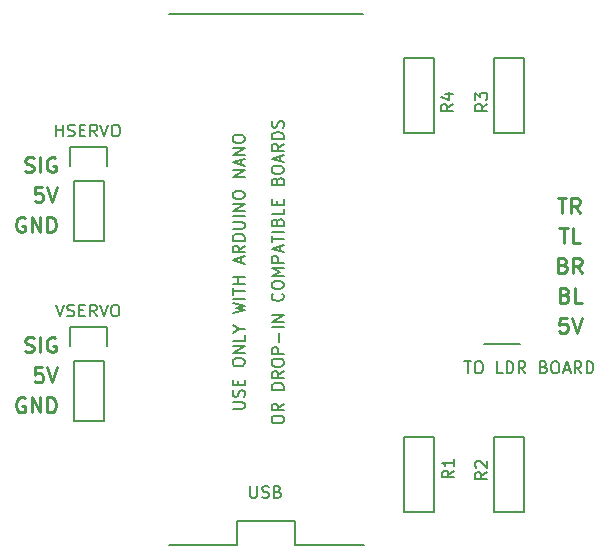
<source format=gto>
%TF.GenerationSoftware,KiCad,Pcbnew,4.0.7-e2-6376~58~ubuntu16.04.1*%
%TF.CreationDate,2018-03-20T08:58:16-07:00*%
%TF.ProjectId,Arduino-Nano-Board,41726475696E6F2D4E616E6F2D426F61,1.0*%
%TF.FileFunction,Legend,Top*%
%FSLAX46Y46*%
G04 Gerber Fmt 4.6, Leading zero omitted, Abs format (unit mm)*
G04 Created by KiCad (PCBNEW 4.0.7-e2-6376~58~ubuntu16.04.1) date Tue Mar 20 08:58:16 2018*
%MOMM*%
%LPD*%
G01*
G04 APERTURE LIST*
%ADD10C,0.350000*%
%ADD11C,0.254000*%
%ADD12C,0.127000*%
%ADD13C,0.150000*%
%ADD14C,0.203200*%
%ADD15C,1.879600*%
%ADD16R,2.184400X1.879600*%
%ADD17O,2.184400X1.879600*%
%ADD18R,2.184400X2.184400*%
%ADD19O,2.184400X2.184400*%
%ADD20C,2.151380*%
G04 APERTURE END LIST*
D10*
D11*
X63584667Y-70648286D02*
X63766096Y-70708762D01*
X63826572Y-70769238D01*
X63887048Y-70890190D01*
X63887048Y-71071619D01*
X63826572Y-71192571D01*
X63766096Y-71253048D01*
X63645143Y-71313524D01*
X63161334Y-71313524D01*
X63161334Y-70043524D01*
X63584667Y-70043524D01*
X63705620Y-70104000D01*
X63766096Y-70164476D01*
X63826572Y-70285429D01*
X63826572Y-70406381D01*
X63766096Y-70527333D01*
X63705620Y-70587810D01*
X63584667Y-70648286D01*
X63161334Y-70648286D01*
X65036096Y-71313524D02*
X64431334Y-71313524D01*
X64431334Y-70043524D01*
X63010143Y-62423524D02*
X63735858Y-62423524D01*
X63373001Y-63693524D02*
X63373001Y-62423524D01*
X64884905Y-63693524D02*
X64461572Y-63088762D01*
X64159191Y-63693524D02*
X64159191Y-62423524D01*
X64643000Y-62423524D01*
X64763953Y-62484000D01*
X64824429Y-62544476D01*
X64884905Y-62665429D01*
X64884905Y-62846857D01*
X64824429Y-62967810D01*
X64763953Y-63028286D01*
X64643000Y-63088762D01*
X64159191Y-63088762D01*
X63131095Y-64963524D02*
X63856810Y-64963524D01*
X63493953Y-66233524D02*
X63493953Y-64963524D01*
X64884905Y-66233524D02*
X64280143Y-66233524D01*
X64280143Y-64963524D01*
X63463714Y-68108286D02*
X63645143Y-68168762D01*
X63705619Y-68229238D01*
X63766095Y-68350190D01*
X63766095Y-68531619D01*
X63705619Y-68652571D01*
X63645143Y-68713048D01*
X63524190Y-68773524D01*
X63040381Y-68773524D01*
X63040381Y-67503524D01*
X63463714Y-67503524D01*
X63584667Y-67564000D01*
X63645143Y-67624476D01*
X63705619Y-67745429D01*
X63705619Y-67866381D01*
X63645143Y-67987333D01*
X63584667Y-68047810D01*
X63463714Y-68108286D01*
X63040381Y-68108286D01*
X65036095Y-68773524D02*
X64612762Y-68168762D01*
X64310381Y-68773524D02*
X64310381Y-67503524D01*
X64794190Y-67503524D01*
X64915143Y-67564000D01*
X64975619Y-67624476D01*
X65036095Y-67745429D01*
X65036095Y-67926857D01*
X64975619Y-68047810D01*
X64915143Y-68108286D01*
X64794190Y-68168762D01*
X64310381Y-68168762D01*
X63766096Y-72583524D02*
X63161334Y-72583524D01*
X63100858Y-73188286D01*
X63161334Y-73127810D01*
X63282286Y-73067333D01*
X63584667Y-73067333D01*
X63705620Y-73127810D01*
X63766096Y-73188286D01*
X63826572Y-73309238D01*
X63826572Y-73611619D01*
X63766096Y-73732571D01*
X63705620Y-73793048D01*
X63584667Y-73853524D01*
X63282286Y-73853524D01*
X63161334Y-73793048D01*
X63100858Y-73732571D01*
X64189429Y-72583524D02*
X64612763Y-73853524D01*
X65036096Y-72583524D01*
X17858619Y-79375000D02*
X17737667Y-79314524D01*
X17556238Y-79314524D01*
X17374810Y-79375000D01*
X17253857Y-79495952D01*
X17193381Y-79616905D01*
X17132905Y-79858810D01*
X17132905Y-80040238D01*
X17193381Y-80282143D01*
X17253857Y-80403095D01*
X17374810Y-80524048D01*
X17556238Y-80584524D01*
X17677190Y-80584524D01*
X17858619Y-80524048D01*
X17919095Y-80463571D01*
X17919095Y-80040238D01*
X17677190Y-80040238D01*
X18463381Y-80584524D02*
X18463381Y-79314524D01*
X19189095Y-80584524D01*
X19189095Y-79314524D01*
X19793857Y-80584524D02*
X19793857Y-79314524D01*
X20096238Y-79314524D01*
X20277666Y-79375000D01*
X20398619Y-79495952D01*
X20459095Y-79616905D01*
X20519571Y-79858810D01*
X20519571Y-80040238D01*
X20459095Y-80282143D01*
X20398619Y-80403095D01*
X20277666Y-80524048D01*
X20096238Y-80584524D01*
X19793857Y-80584524D01*
X19370524Y-76774524D02*
X18765762Y-76774524D01*
X18705286Y-77379286D01*
X18765762Y-77318810D01*
X18886714Y-77258333D01*
X19189095Y-77258333D01*
X19310048Y-77318810D01*
X19370524Y-77379286D01*
X19431000Y-77500238D01*
X19431000Y-77802619D01*
X19370524Y-77923571D01*
X19310048Y-77984048D01*
X19189095Y-78044524D01*
X18886714Y-78044524D01*
X18765762Y-77984048D01*
X18705286Y-77923571D01*
X19793857Y-76774524D02*
X20217191Y-78044524D01*
X20640524Y-76774524D01*
X17858619Y-64109600D02*
X17737667Y-64049124D01*
X17556238Y-64049124D01*
X17374810Y-64109600D01*
X17253857Y-64230552D01*
X17193381Y-64351505D01*
X17132905Y-64593410D01*
X17132905Y-64774838D01*
X17193381Y-65016743D01*
X17253857Y-65137695D01*
X17374810Y-65258648D01*
X17556238Y-65319124D01*
X17677190Y-65319124D01*
X17858619Y-65258648D01*
X17919095Y-65198171D01*
X17919095Y-64774838D01*
X17677190Y-64774838D01*
X18463381Y-65319124D02*
X18463381Y-64049124D01*
X19189095Y-65319124D01*
X19189095Y-64049124D01*
X19793857Y-65319124D02*
X19793857Y-64049124D01*
X20096238Y-64049124D01*
X20277666Y-64109600D01*
X20398619Y-64230552D01*
X20459095Y-64351505D01*
X20519571Y-64593410D01*
X20519571Y-64774838D01*
X20459095Y-65016743D01*
X20398619Y-65137695D01*
X20277666Y-65258648D01*
X20096238Y-65319124D01*
X19793857Y-65319124D01*
X19370524Y-61509124D02*
X18765762Y-61509124D01*
X18705286Y-62113886D01*
X18765762Y-62053410D01*
X18886714Y-61992933D01*
X19189095Y-61992933D01*
X19310048Y-62053410D01*
X19370524Y-62113886D01*
X19431000Y-62234838D01*
X19431000Y-62537219D01*
X19370524Y-62658171D01*
X19310048Y-62718648D01*
X19189095Y-62779124D01*
X18886714Y-62779124D01*
X18765762Y-62718648D01*
X18705286Y-62658171D01*
X19793857Y-61509124D02*
X20217191Y-62779124D01*
X20640524Y-61509124D01*
X17919095Y-60178648D02*
X18100523Y-60239124D01*
X18402904Y-60239124D01*
X18523857Y-60178648D01*
X18584333Y-60118171D01*
X18644809Y-59997219D01*
X18644809Y-59876267D01*
X18584333Y-59755314D01*
X18523857Y-59694838D01*
X18402904Y-59634362D01*
X18161000Y-59573886D01*
X18040047Y-59513410D01*
X17979571Y-59452933D01*
X17919095Y-59331981D01*
X17919095Y-59211029D01*
X17979571Y-59090076D01*
X18040047Y-59029600D01*
X18161000Y-58969124D01*
X18463380Y-58969124D01*
X18644809Y-59029600D01*
X19189095Y-60239124D02*
X19189095Y-58969124D01*
X20459095Y-59029600D02*
X20338143Y-58969124D01*
X20156714Y-58969124D01*
X19975286Y-59029600D01*
X19854333Y-59150552D01*
X19793857Y-59271505D01*
X19733381Y-59513410D01*
X19733381Y-59694838D01*
X19793857Y-59936743D01*
X19854333Y-60057695D01*
X19975286Y-60178648D01*
X20156714Y-60239124D01*
X20277666Y-60239124D01*
X20459095Y-60178648D01*
X20519571Y-60118171D01*
X20519571Y-59694838D01*
X20277666Y-59694838D01*
X17919095Y-75418648D02*
X18100523Y-75479124D01*
X18402904Y-75479124D01*
X18523857Y-75418648D01*
X18584333Y-75358171D01*
X18644809Y-75237219D01*
X18644809Y-75116267D01*
X18584333Y-74995314D01*
X18523857Y-74934838D01*
X18402904Y-74874362D01*
X18161000Y-74813886D01*
X18040047Y-74753410D01*
X17979571Y-74692933D01*
X17919095Y-74571981D01*
X17919095Y-74451029D01*
X17979571Y-74330076D01*
X18040047Y-74269600D01*
X18161000Y-74209124D01*
X18463380Y-74209124D01*
X18644809Y-74269600D01*
X19189095Y-75479124D02*
X19189095Y-74209124D01*
X20459095Y-74269600D02*
X20338143Y-74209124D01*
X20156714Y-74209124D01*
X19975286Y-74269600D01*
X19854333Y-74390552D01*
X19793857Y-74511505D01*
X19733381Y-74753410D01*
X19733381Y-74934838D01*
X19793857Y-75176743D01*
X19854333Y-75297695D01*
X19975286Y-75418648D01*
X20156714Y-75479124D01*
X20277666Y-75479124D01*
X20459095Y-75418648D01*
X20519571Y-75358171D01*
X20519571Y-74934838D01*
X20277666Y-74934838D01*
D12*
X30063200Y-46846900D02*
X46479200Y-46846900D01*
X40764200Y-89772900D02*
X35811200Y-89772900D01*
X40764200Y-91804900D02*
X40763200Y-89797400D01*
X40764200Y-91804900D02*
X46606200Y-91804900D01*
X35811200Y-91797400D02*
X35811200Y-89797400D01*
X30096200Y-91804900D02*
X35811200Y-91804900D01*
D13*
X22021800Y-76200000D02*
X22021800Y-81280000D01*
X22021800Y-81280000D02*
X24561800Y-81280000D01*
X24561800Y-81280000D02*
X24561800Y-76200000D01*
X24841800Y-73380000D02*
X24841800Y-74930000D01*
X24561800Y-76200000D02*
X22021800Y-76200000D01*
X21741800Y-74930000D02*
X21741800Y-73380000D01*
X21741800Y-73380000D02*
X24841800Y-73380000D01*
X22021800Y-60960000D02*
X22021800Y-66040000D01*
X22021800Y-66040000D02*
X24561800Y-66040000D01*
X24561800Y-66040000D02*
X24561800Y-60960000D01*
X24841800Y-58140000D02*
X24841800Y-59690000D01*
X24561800Y-60960000D02*
X22021800Y-60960000D01*
X21741800Y-59690000D02*
X21741800Y-58140000D01*
X21741800Y-58140000D02*
X24841800Y-58140000D01*
X59843000Y-74829000D02*
X56743000Y-74829000D01*
X49961800Y-56955200D02*
X49961800Y-50605200D01*
X49961800Y-50605200D02*
X52501800Y-50605200D01*
X52501800Y-50605200D02*
X52501800Y-56955200D01*
X52501800Y-56955200D02*
X49961800Y-56955200D01*
X60147200Y-82702400D02*
X60147200Y-89052400D01*
X60147200Y-89052400D02*
X57607200Y-89052400D01*
X57607200Y-89052400D02*
X57607200Y-82702400D01*
X57607200Y-82702400D02*
X60147200Y-82702400D01*
X57607000Y-56921400D02*
X57607000Y-50571400D01*
X57607000Y-50571400D02*
X60147000Y-50571400D01*
X60147000Y-50571400D02*
X60147000Y-56921400D01*
X60147000Y-56921400D02*
X57607000Y-56921400D01*
X52501800Y-82677000D02*
X52501800Y-89027000D01*
X52501800Y-89027000D02*
X49961800Y-89027000D01*
X49961800Y-89027000D02*
X49961800Y-82677000D01*
X49961800Y-82677000D02*
X52501800Y-82677000D01*
X36962295Y-86812281D02*
X36962295Y-87621805D01*
X37009914Y-87717043D01*
X37057533Y-87764662D01*
X37152771Y-87812281D01*
X37343248Y-87812281D01*
X37438486Y-87764662D01*
X37486105Y-87717043D01*
X37533724Y-87621805D01*
X37533724Y-86812281D01*
X37962295Y-87764662D02*
X38105152Y-87812281D01*
X38343248Y-87812281D01*
X38438486Y-87764662D01*
X38486105Y-87717043D01*
X38533724Y-87621805D01*
X38533724Y-87526567D01*
X38486105Y-87431329D01*
X38438486Y-87383710D01*
X38343248Y-87336090D01*
X38152771Y-87288471D01*
X38057533Y-87240852D01*
X38009914Y-87193233D01*
X37962295Y-87097995D01*
X37962295Y-87002757D01*
X38009914Y-86907519D01*
X38057533Y-86859900D01*
X38152771Y-86812281D01*
X38390867Y-86812281D01*
X38533724Y-86859900D01*
X39295629Y-87288471D02*
X39438486Y-87336090D01*
X39486105Y-87383710D01*
X39533724Y-87478948D01*
X39533724Y-87621805D01*
X39486105Y-87717043D01*
X39438486Y-87764662D01*
X39343248Y-87812281D01*
X38962295Y-87812281D01*
X38962295Y-86812281D01*
X39295629Y-86812281D01*
X39390867Y-86859900D01*
X39438486Y-86907519D01*
X39486105Y-87002757D01*
X39486105Y-87097995D01*
X39438486Y-87193233D01*
X39390867Y-87240852D01*
X39295629Y-87288471D01*
X38962295Y-87288471D01*
X38786581Y-81279829D02*
X38786581Y-81089352D01*
X38834200Y-80994114D01*
X38929438Y-80898876D01*
X39119914Y-80851257D01*
X39453248Y-80851257D01*
X39643724Y-80898876D01*
X39738962Y-80994114D01*
X39786581Y-81089352D01*
X39786581Y-81279829D01*
X39738962Y-81375067D01*
X39643724Y-81470305D01*
X39453248Y-81517924D01*
X39119914Y-81517924D01*
X38929438Y-81470305D01*
X38834200Y-81375067D01*
X38786581Y-81279829D01*
X39786581Y-79851257D02*
X39310390Y-80184591D01*
X39786581Y-80422686D02*
X38786581Y-80422686D01*
X38786581Y-80041733D01*
X38834200Y-79946495D01*
X38881819Y-79898876D01*
X38977057Y-79851257D01*
X39119914Y-79851257D01*
X39215152Y-79898876D01*
X39262771Y-79946495D01*
X39310390Y-80041733D01*
X39310390Y-80422686D01*
X39786581Y-78660781D02*
X38786581Y-78660781D01*
X38786581Y-78422686D01*
X38834200Y-78279828D01*
X38929438Y-78184590D01*
X39024676Y-78136971D01*
X39215152Y-78089352D01*
X39358010Y-78089352D01*
X39548486Y-78136971D01*
X39643724Y-78184590D01*
X39738962Y-78279828D01*
X39786581Y-78422686D01*
X39786581Y-78660781D01*
X39786581Y-77089352D02*
X39310390Y-77422686D01*
X39786581Y-77660781D02*
X38786581Y-77660781D01*
X38786581Y-77279828D01*
X38834200Y-77184590D01*
X38881819Y-77136971D01*
X38977057Y-77089352D01*
X39119914Y-77089352D01*
X39215152Y-77136971D01*
X39262771Y-77184590D01*
X39310390Y-77279828D01*
X39310390Y-77660781D01*
X38786581Y-76470305D02*
X38786581Y-76279828D01*
X38834200Y-76184590D01*
X38929438Y-76089352D01*
X39119914Y-76041733D01*
X39453248Y-76041733D01*
X39643724Y-76089352D01*
X39738962Y-76184590D01*
X39786581Y-76279828D01*
X39786581Y-76470305D01*
X39738962Y-76565543D01*
X39643724Y-76660781D01*
X39453248Y-76708400D01*
X39119914Y-76708400D01*
X38929438Y-76660781D01*
X38834200Y-76565543D01*
X38786581Y-76470305D01*
X39786581Y-75613162D02*
X38786581Y-75613162D01*
X38786581Y-75232209D01*
X38834200Y-75136971D01*
X38881819Y-75089352D01*
X38977057Y-75041733D01*
X39119914Y-75041733D01*
X39215152Y-75089352D01*
X39262771Y-75136971D01*
X39310390Y-75232209D01*
X39310390Y-75613162D01*
X39405629Y-74613162D02*
X39405629Y-73851257D01*
X39786581Y-73375067D02*
X38786581Y-73375067D01*
X39786581Y-72898877D02*
X38786581Y-72898877D01*
X39786581Y-72327448D01*
X38786581Y-72327448D01*
X39691343Y-70517924D02*
X39738962Y-70565543D01*
X39786581Y-70708400D01*
X39786581Y-70803638D01*
X39738962Y-70946496D01*
X39643724Y-71041734D01*
X39548486Y-71089353D01*
X39358010Y-71136972D01*
X39215152Y-71136972D01*
X39024676Y-71089353D01*
X38929438Y-71041734D01*
X38834200Y-70946496D01*
X38786581Y-70803638D01*
X38786581Y-70708400D01*
X38834200Y-70565543D01*
X38881819Y-70517924D01*
X38786581Y-69898877D02*
X38786581Y-69708400D01*
X38834200Y-69613162D01*
X38929438Y-69517924D01*
X39119914Y-69470305D01*
X39453248Y-69470305D01*
X39643724Y-69517924D01*
X39738962Y-69613162D01*
X39786581Y-69708400D01*
X39786581Y-69898877D01*
X39738962Y-69994115D01*
X39643724Y-70089353D01*
X39453248Y-70136972D01*
X39119914Y-70136972D01*
X38929438Y-70089353D01*
X38834200Y-69994115D01*
X38786581Y-69898877D01*
X39786581Y-69041734D02*
X38786581Y-69041734D01*
X39500867Y-68708400D01*
X38786581Y-68375067D01*
X39786581Y-68375067D01*
X39786581Y-67898877D02*
X38786581Y-67898877D01*
X38786581Y-67517924D01*
X38834200Y-67422686D01*
X38881819Y-67375067D01*
X38977057Y-67327448D01*
X39119914Y-67327448D01*
X39215152Y-67375067D01*
X39262771Y-67422686D01*
X39310390Y-67517924D01*
X39310390Y-67898877D01*
X39500867Y-66946496D02*
X39500867Y-66470305D01*
X39786581Y-67041734D02*
X38786581Y-66708401D01*
X39786581Y-66375067D01*
X38786581Y-66184591D02*
X38786581Y-65613162D01*
X39786581Y-65898877D02*
X38786581Y-65898877D01*
X39786581Y-65279829D02*
X38786581Y-65279829D01*
X39262771Y-64470305D02*
X39310390Y-64327448D01*
X39358010Y-64279829D01*
X39453248Y-64232210D01*
X39596105Y-64232210D01*
X39691343Y-64279829D01*
X39738962Y-64327448D01*
X39786581Y-64422686D01*
X39786581Y-64803639D01*
X38786581Y-64803639D01*
X38786581Y-64470305D01*
X38834200Y-64375067D01*
X38881819Y-64327448D01*
X38977057Y-64279829D01*
X39072295Y-64279829D01*
X39167533Y-64327448D01*
X39215152Y-64375067D01*
X39262771Y-64470305D01*
X39262771Y-64803639D01*
X39786581Y-63327448D02*
X39786581Y-63803639D01*
X38786581Y-63803639D01*
X39262771Y-62994115D02*
X39262771Y-62660781D01*
X39786581Y-62517924D02*
X39786581Y-62994115D01*
X38786581Y-62994115D01*
X38786581Y-62517924D01*
X39262771Y-60994114D02*
X39310390Y-60851257D01*
X39358010Y-60803638D01*
X39453248Y-60756019D01*
X39596105Y-60756019D01*
X39691343Y-60803638D01*
X39738962Y-60851257D01*
X39786581Y-60946495D01*
X39786581Y-61327448D01*
X38786581Y-61327448D01*
X38786581Y-60994114D01*
X38834200Y-60898876D01*
X38881819Y-60851257D01*
X38977057Y-60803638D01*
X39072295Y-60803638D01*
X39167533Y-60851257D01*
X39215152Y-60898876D01*
X39262771Y-60994114D01*
X39262771Y-61327448D01*
X38786581Y-60136972D02*
X38786581Y-59946495D01*
X38834200Y-59851257D01*
X38929438Y-59756019D01*
X39119914Y-59708400D01*
X39453248Y-59708400D01*
X39643724Y-59756019D01*
X39738962Y-59851257D01*
X39786581Y-59946495D01*
X39786581Y-60136972D01*
X39738962Y-60232210D01*
X39643724Y-60327448D01*
X39453248Y-60375067D01*
X39119914Y-60375067D01*
X38929438Y-60327448D01*
X38834200Y-60232210D01*
X38786581Y-60136972D01*
X39500867Y-59327448D02*
X39500867Y-58851257D01*
X39786581Y-59422686D02*
X38786581Y-59089353D01*
X39786581Y-58756019D01*
X39786581Y-57851257D02*
X39310390Y-58184591D01*
X39786581Y-58422686D02*
X38786581Y-58422686D01*
X38786581Y-58041733D01*
X38834200Y-57946495D01*
X38881819Y-57898876D01*
X38977057Y-57851257D01*
X39119914Y-57851257D01*
X39215152Y-57898876D01*
X39262771Y-57946495D01*
X39310390Y-58041733D01*
X39310390Y-58422686D01*
X39786581Y-57422686D02*
X38786581Y-57422686D01*
X38786581Y-57184591D01*
X38834200Y-57041733D01*
X38929438Y-56946495D01*
X39024676Y-56898876D01*
X39215152Y-56851257D01*
X39358010Y-56851257D01*
X39548486Y-56898876D01*
X39643724Y-56946495D01*
X39738962Y-57041733D01*
X39786581Y-57184591D01*
X39786581Y-57422686D01*
X39738962Y-56470305D02*
X39786581Y-56327448D01*
X39786581Y-56089352D01*
X39738962Y-55994114D01*
X39691343Y-55946495D01*
X39596105Y-55898876D01*
X39500867Y-55898876D01*
X39405629Y-55946495D01*
X39358010Y-55994114D01*
X39310390Y-56089352D01*
X39262771Y-56279829D01*
X39215152Y-56375067D01*
X39167533Y-56422686D01*
X39072295Y-56470305D01*
X38977057Y-56470305D01*
X38881819Y-56422686D01*
X38834200Y-56375067D01*
X38786581Y-56279829D01*
X38786581Y-56041733D01*
X38834200Y-55898876D01*
X35484581Y-80279829D02*
X36294105Y-80279829D01*
X36389343Y-80232210D01*
X36436962Y-80184591D01*
X36484581Y-80089353D01*
X36484581Y-79898876D01*
X36436962Y-79803638D01*
X36389343Y-79756019D01*
X36294105Y-79708400D01*
X35484581Y-79708400D01*
X36436962Y-79279829D02*
X36484581Y-79136972D01*
X36484581Y-78898876D01*
X36436962Y-78803638D01*
X36389343Y-78756019D01*
X36294105Y-78708400D01*
X36198867Y-78708400D01*
X36103629Y-78756019D01*
X36056010Y-78803638D01*
X36008390Y-78898876D01*
X35960771Y-79089353D01*
X35913152Y-79184591D01*
X35865533Y-79232210D01*
X35770295Y-79279829D01*
X35675057Y-79279829D01*
X35579819Y-79232210D01*
X35532200Y-79184591D01*
X35484581Y-79089353D01*
X35484581Y-78851257D01*
X35532200Y-78708400D01*
X35960771Y-78279829D02*
X35960771Y-77946495D01*
X36484581Y-77803638D02*
X36484581Y-78279829D01*
X35484581Y-78279829D01*
X35484581Y-77803638D01*
X35484581Y-76422686D02*
X35484581Y-76232209D01*
X35532200Y-76136971D01*
X35627438Y-76041733D01*
X35817914Y-75994114D01*
X36151248Y-75994114D01*
X36341724Y-76041733D01*
X36436962Y-76136971D01*
X36484581Y-76232209D01*
X36484581Y-76422686D01*
X36436962Y-76517924D01*
X36341724Y-76613162D01*
X36151248Y-76660781D01*
X35817914Y-76660781D01*
X35627438Y-76613162D01*
X35532200Y-76517924D01*
X35484581Y-76422686D01*
X36484581Y-75565543D02*
X35484581Y-75565543D01*
X36484581Y-74994114D01*
X35484581Y-74994114D01*
X36484581Y-74041733D02*
X36484581Y-74517924D01*
X35484581Y-74517924D01*
X36008390Y-73517924D02*
X36484581Y-73517924D01*
X35484581Y-73851257D02*
X36008390Y-73517924D01*
X35484581Y-73184590D01*
X35484581Y-72184590D02*
X36484581Y-71946495D01*
X35770295Y-71756018D01*
X36484581Y-71565542D01*
X35484581Y-71327447D01*
X36484581Y-70946495D02*
X35484581Y-70946495D01*
X35484581Y-70613162D02*
X35484581Y-70041733D01*
X36484581Y-70327448D02*
X35484581Y-70327448D01*
X36484581Y-69708400D02*
X35484581Y-69708400D01*
X35960771Y-69708400D02*
X35960771Y-69136971D01*
X36484581Y-69136971D02*
X35484581Y-69136971D01*
X36198867Y-67946495D02*
X36198867Y-67470304D01*
X36484581Y-68041733D02*
X35484581Y-67708400D01*
X36484581Y-67375066D01*
X36484581Y-66470304D02*
X36008390Y-66803638D01*
X36484581Y-67041733D02*
X35484581Y-67041733D01*
X35484581Y-66660780D01*
X35532200Y-66565542D01*
X35579819Y-66517923D01*
X35675057Y-66470304D01*
X35817914Y-66470304D01*
X35913152Y-66517923D01*
X35960771Y-66565542D01*
X36008390Y-66660780D01*
X36008390Y-67041733D01*
X36484581Y-66041733D02*
X35484581Y-66041733D01*
X35484581Y-65803638D01*
X35532200Y-65660780D01*
X35627438Y-65565542D01*
X35722676Y-65517923D01*
X35913152Y-65470304D01*
X36056010Y-65470304D01*
X36246486Y-65517923D01*
X36341724Y-65565542D01*
X36436962Y-65660780D01*
X36484581Y-65803638D01*
X36484581Y-66041733D01*
X35484581Y-65041733D02*
X36294105Y-65041733D01*
X36389343Y-64994114D01*
X36436962Y-64946495D01*
X36484581Y-64851257D01*
X36484581Y-64660780D01*
X36436962Y-64565542D01*
X36389343Y-64517923D01*
X36294105Y-64470304D01*
X35484581Y-64470304D01*
X36484581Y-63994114D02*
X35484581Y-63994114D01*
X36484581Y-63517924D02*
X35484581Y-63517924D01*
X36484581Y-62946495D01*
X35484581Y-62946495D01*
X35484581Y-62279829D02*
X35484581Y-62089352D01*
X35532200Y-61994114D01*
X35627438Y-61898876D01*
X35817914Y-61851257D01*
X36151248Y-61851257D01*
X36341724Y-61898876D01*
X36436962Y-61994114D01*
X36484581Y-62089352D01*
X36484581Y-62279829D01*
X36436962Y-62375067D01*
X36341724Y-62470305D01*
X36151248Y-62517924D01*
X35817914Y-62517924D01*
X35627438Y-62470305D01*
X35532200Y-62375067D01*
X35484581Y-62279829D01*
X36484581Y-60660781D02*
X35484581Y-60660781D01*
X36484581Y-60089352D01*
X35484581Y-60089352D01*
X36198867Y-59660781D02*
X36198867Y-59184590D01*
X36484581Y-59756019D02*
X35484581Y-59422686D01*
X36484581Y-59089352D01*
X36484581Y-58756019D02*
X35484581Y-58756019D01*
X36484581Y-58184590D01*
X35484581Y-58184590D01*
X35484581Y-57517924D02*
X35484581Y-57327447D01*
X35532200Y-57232209D01*
X35627438Y-57136971D01*
X35817914Y-57089352D01*
X36151248Y-57089352D01*
X36341724Y-57136971D01*
X36436962Y-57232209D01*
X36484581Y-57327447D01*
X36484581Y-57517924D01*
X36436962Y-57613162D01*
X36341724Y-57708400D01*
X36151248Y-57756019D01*
X35817914Y-57756019D01*
X35627438Y-57708400D01*
X35532200Y-57613162D01*
X35484581Y-57517924D01*
X20526714Y-71461381D02*
X20860047Y-72461381D01*
X21193381Y-71461381D01*
X21479095Y-72413762D02*
X21621952Y-72461381D01*
X21860048Y-72461381D01*
X21955286Y-72413762D01*
X22002905Y-72366143D01*
X22050524Y-72270905D01*
X22050524Y-72175667D01*
X22002905Y-72080429D01*
X21955286Y-72032810D01*
X21860048Y-71985190D01*
X21669571Y-71937571D01*
X21574333Y-71889952D01*
X21526714Y-71842333D01*
X21479095Y-71747095D01*
X21479095Y-71651857D01*
X21526714Y-71556619D01*
X21574333Y-71509000D01*
X21669571Y-71461381D01*
X21907667Y-71461381D01*
X22050524Y-71509000D01*
X22479095Y-71937571D02*
X22812429Y-71937571D01*
X22955286Y-72461381D02*
X22479095Y-72461381D01*
X22479095Y-71461381D01*
X22955286Y-71461381D01*
X23955286Y-72461381D02*
X23621952Y-71985190D01*
X23383857Y-72461381D02*
X23383857Y-71461381D01*
X23764810Y-71461381D01*
X23860048Y-71509000D01*
X23907667Y-71556619D01*
X23955286Y-71651857D01*
X23955286Y-71794714D01*
X23907667Y-71889952D01*
X23860048Y-71937571D01*
X23764810Y-71985190D01*
X23383857Y-71985190D01*
X24241000Y-71461381D02*
X24574333Y-72461381D01*
X24907667Y-71461381D01*
X25431476Y-71461381D02*
X25621953Y-71461381D01*
X25717191Y-71509000D01*
X25812429Y-71604238D01*
X25860048Y-71794714D01*
X25860048Y-72128048D01*
X25812429Y-72318524D01*
X25717191Y-72413762D01*
X25621953Y-72461381D01*
X25431476Y-72461381D01*
X25336238Y-72413762D01*
X25241000Y-72318524D01*
X25193381Y-72128048D01*
X25193381Y-71794714D01*
X25241000Y-71604238D01*
X25336238Y-71509000D01*
X25431476Y-71461381D01*
X20523533Y-57221381D02*
X20523533Y-56221381D01*
X20523533Y-56697571D02*
X21094962Y-56697571D01*
X21094962Y-57221381D02*
X21094962Y-56221381D01*
X21523533Y-57173762D02*
X21666390Y-57221381D01*
X21904486Y-57221381D01*
X21999724Y-57173762D01*
X22047343Y-57126143D01*
X22094962Y-57030905D01*
X22094962Y-56935667D01*
X22047343Y-56840429D01*
X21999724Y-56792810D01*
X21904486Y-56745190D01*
X21714009Y-56697571D01*
X21618771Y-56649952D01*
X21571152Y-56602333D01*
X21523533Y-56507095D01*
X21523533Y-56411857D01*
X21571152Y-56316619D01*
X21618771Y-56269000D01*
X21714009Y-56221381D01*
X21952105Y-56221381D01*
X22094962Y-56269000D01*
X22523533Y-56697571D02*
X22856867Y-56697571D01*
X22999724Y-57221381D02*
X22523533Y-57221381D01*
X22523533Y-56221381D01*
X22999724Y-56221381D01*
X23999724Y-57221381D02*
X23666390Y-56745190D01*
X23428295Y-57221381D02*
X23428295Y-56221381D01*
X23809248Y-56221381D01*
X23904486Y-56269000D01*
X23952105Y-56316619D01*
X23999724Y-56411857D01*
X23999724Y-56554714D01*
X23952105Y-56649952D01*
X23904486Y-56697571D01*
X23809248Y-56745190D01*
X23428295Y-56745190D01*
X24285438Y-56221381D02*
X24618771Y-57221381D01*
X24952105Y-56221381D01*
X25475914Y-56221381D02*
X25666391Y-56221381D01*
X25761629Y-56269000D01*
X25856867Y-56364238D01*
X25904486Y-56554714D01*
X25904486Y-56888048D01*
X25856867Y-57078524D01*
X25761629Y-57173762D01*
X25666391Y-57221381D01*
X25475914Y-57221381D01*
X25380676Y-57173762D01*
X25285438Y-57078524D01*
X25237819Y-56888048D01*
X25237819Y-56554714D01*
X25285438Y-56364238D01*
X25380676Y-56269000D01*
X25475914Y-56221381D01*
D14*
X55088972Y-76253219D02*
X55669543Y-76253219D01*
X55379258Y-77269219D02*
X55379258Y-76253219D01*
X56201734Y-76253219D02*
X56395257Y-76253219D01*
X56492019Y-76301600D01*
X56588781Y-76398362D01*
X56637162Y-76591886D01*
X56637162Y-76930552D01*
X56588781Y-77124076D01*
X56492019Y-77220838D01*
X56395257Y-77269219D01*
X56201734Y-77269219D01*
X56104972Y-77220838D01*
X56008210Y-77124076D01*
X55959829Y-76930552D01*
X55959829Y-76591886D01*
X56008210Y-76398362D01*
X56104972Y-76301600D01*
X56201734Y-76253219D01*
X58330495Y-77269219D02*
X57846686Y-77269219D01*
X57846686Y-76253219D01*
X58669162Y-77269219D02*
X58669162Y-76253219D01*
X58911067Y-76253219D01*
X59056209Y-76301600D01*
X59152971Y-76398362D01*
X59201352Y-76495124D01*
X59249733Y-76688648D01*
X59249733Y-76833790D01*
X59201352Y-77027314D01*
X59152971Y-77124076D01*
X59056209Y-77220838D01*
X58911067Y-77269219D01*
X58669162Y-77269219D01*
X60265733Y-77269219D02*
X59927067Y-76785410D01*
X59685162Y-77269219D02*
X59685162Y-76253219D01*
X60072209Y-76253219D01*
X60168971Y-76301600D01*
X60217352Y-76349981D01*
X60265733Y-76446743D01*
X60265733Y-76591886D01*
X60217352Y-76688648D01*
X60168971Y-76737029D01*
X60072209Y-76785410D01*
X59685162Y-76785410D01*
X61813923Y-76737029D02*
X61959066Y-76785410D01*
X62007447Y-76833790D01*
X62055828Y-76930552D01*
X62055828Y-77075695D01*
X62007447Y-77172457D01*
X61959066Y-77220838D01*
X61862304Y-77269219D01*
X61475257Y-77269219D01*
X61475257Y-76253219D01*
X61813923Y-76253219D01*
X61910685Y-76301600D01*
X61959066Y-76349981D01*
X62007447Y-76446743D01*
X62007447Y-76543505D01*
X61959066Y-76640267D01*
X61910685Y-76688648D01*
X61813923Y-76737029D01*
X61475257Y-76737029D01*
X62684781Y-76253219D02*
X62878304Y-76253219D01*
X62975066Y-76301600D01*
X63071828Y-76398362D01*
X63120209Y-76591886D01*
X63120209Y-76930552D01*
X63071828Y-77124076D01*
X62975066Y-77220838D01*
X62878304Y-77269219D01*
X62684781Y-77269219D01*
X62588019Y-77220838D01*
X62491257Y-77124076D01*
X62442876Y-76930552D01*
X62442876Y-76591886D01*
X62491257Y-76398362D01*
X62588019Y-76301600D01*
X62684781Y-76253219D01*
X63507257Y-76978933D02*
X63991066Y-76978933D01*
X63410495Y-77269219D02*
X63749162Y-76253219D01*
X64087828Y-77269219D01*
X65007066Y-77269219D02*
X64668400Y-76785410D01*
X64426495Y-77269219D02*
X64426495Y-76253219D01*
X64813542Y-76253219D01*
X64910304Y-76301600D01*
X64958685Y-76349981D01*
X65007066Y-76446743D01*
X65007066Y-76591886D01*
X64958685Y-76688648D01*
X64910304Y-76737029D01*
X64813542Y-76785410D01*
X64426495Y-76785410D01*
X65442495Y-77269219D02*
X65442495Y-76253219D01*
X65684400Y-76253219D01*
X65829542Y-76301600D01*
X65926304Y-76398362D01*
X65974685Y-76495124D01*
X66023066Y-76688648D01*
X66023066Y-76833790D01*
X65974685Y-77027314D01*
X65926304Y-77124076D01*
X65829542Y-77220838D01*
X65684400Y-77269219D01*
X65442495Y-77269219D01*
D13*
X54122581Y-54491866D02*
X53646390Y-54825200D01*
X54122581Y-55063295D02*
X53122581Y-55063295D01*
X53122581Y-54682342D01*
X53170200Y-54587104D01*
X53217819Y-54539485D01*
X53313057Y-54491866D01*
X53455914Y-54491866D01*
X53551152Y-54539485D01*
X53598771Y-54587104D01*
X53646390Y-54682342D01*
X53646390Y-55063295D01*
X53455914Y-53634723D02*
X54122581Y-53634723D01*
X53074962Y-53872819D02*
X53789248Y-54110914D01*
X53789248Y-53491866D01*
X56992781Y-85637666D02*
X56516590Y-85971000D01*
X56992781Y-86209095D02*
X55992781Y-86209095D01*
X55992781Y-85828142D01*
X56040400Y-85732904D01*
X56088019Y-85685285D01*
X56183257Y-85637666D01*
X56326114Y-85637666D01*
X56421352Y-85685285D01*
X56468971Y-85732904D01*
X56516590Y-85828142D01*
X56516590Y-86209095D01*
X56088019Y-85256714D02*
X56040400Y-85209095D01*
X55992781Y-85113857D01*
X55992781Y-84875761D01*
X56040400Y-84780523D01*
X56088019Y-84732904D01*
X56183257Y-84685285D01*
X56278495Y-84685285D01*
X56421352Y-84732904D01*
X56992781Y-85304333D01*
X56992781Y-84685285D01*
X57029381Y-54458066D02*
X56553190Y-54791400D01*
X57029381Y-55029495D02*
X56029381Y-55029495D01*
X56029381Y-54648542D01*
X56077000Y-54553304D01*
X56124619Y-54505685D01*
X56219857Y-54458066D01*
X56362714Y-54458066D01*
X56457952Y-54505685D01*
X56505571Y-54553304D01*
X56553190Y-54648542D01*
X56553190Y-55029495D01*
X56029381Y-54124733D02*
X56029381Y-53505685D01*
X56410333Y-53839019D01*
X56410333Y-53696161D01*
X56457952Y-53600923D01*
X56505571Y-53553304D01*
X56600810Y-53505685D01*
X56838905Y-53505685D01*
X56934143Y-53553304D01*
X56981762Y-53600923D01*
X57029381Y-53696161D01*
X57029381Y-53981876D01*
X56981762Y-54077114D01*
X56934143Y-54124733D01*
X54198781Y-85510666D02*
X53722590Y-85844000D01*
X54198781Y-86082095D02*
X53198781Y-86082095D01*
X53198781Y-85701142D01*
X53246400Y-85605904D01*
X53294019Y-85558285D01*
X53389257Y-85510666D01*
X53532114Y-85510666D01*
X53627352Y-85558285D01*
X53674971Y-85605904D01*
X53722590Y-85701142D01*
X53722590Y-86082095D01*
X54198781Y-84558285D02*
X54198781Y-85129714D01*
X54198781Y-84844000D02*
X53198781Y-84844000D01*
X53341638Y-84939238D01*
X53436876Y-85034476D01*
X53484495Y-85129714D01*
%LPC*%
D15*
X45923200Y-85877400D03*
X45923200Y-83337400D03*
X45923200Y-80797400D03*
X45923200Y-78257400D03*
X45923200Y-75717400D03*
X45923200Y-73177400D03*
X45923200Y-70637400D03*
X45923200Y-68097400D03*
X45923200Y-65557400D03*
X45923200Y-63017400D03*
X45923200Y-60477400D03*
X45923200Y-57937400D03*
X45923200Y-55397400D03*
X45923200Y-52857400D03*
X30683200Y-52857400D03*
X30683200Y-60477400D03*
X30683200Y-80797400D03*
X30683200Y-65557400D03*
X30683200Y-63017400D03*
X30683200Y-83337400D03*
X30683200Y-75717400D03*
X30683200Y-85877400D03*
X30683200Y-73177400D03*
X30683200Y-70637400D03*
X30683200Y-68097400D03*
X30683200Y-78257400D03*
X30683200Y-55397400D03*
X30683200Y-57937400D03*
X30683200Y-50317400D03*
X45923200Y-50317400D03*
D16*
X23291800Y-74930000D03*
D17*
X23291800Y-77470000D03*
X23291800Y-80010000D03*
D16*
X23291800Y-59690000D03*
D17*
X23291800Y-62230000D03*
X23291800Y-64770000D03*
D18*
X58293000Y-73279000D03*
D19*
X58293000Y-70739000D03*
X58293000Y-68199000D03*
X58293000Y-65659000D03*
X58293000Y-63119000D03*
D20*
X51231800Y-58225200D03*
X51231800Y-49225200D03*
X58877200Y-81432400D03*
X58877200Y-90432400D03*
X58877000Y-58191400D03*
X58877000Y-49191400D03*
X51231800Y-81407000D03*
X51231800Y-90407000D03*
M02*

</source>
